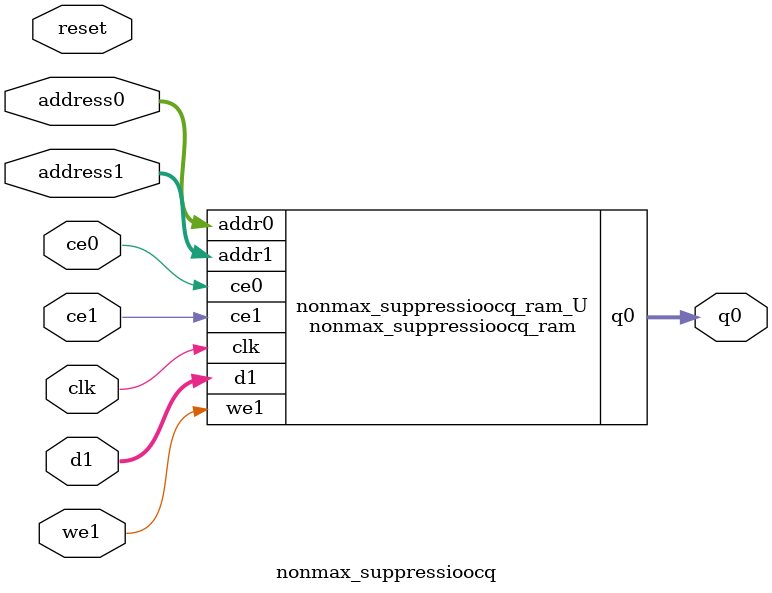
<source format=v>
`timescale 1 ns / 1 ps
module nonmax_suppressioocq_ram (addr0, ce0, q0, addr1, ce1, d1, we1,  clk);

parameter DWIDTH = 16;
parameter AWIDTH = 11;
parameter MEM_SIZE = 1920;

input[AWIDTH-1:0] addr0;
input ce0;
output reg[DWIDTH-1:0] q0;
input[AWIDTH-1:0] addr1;
input ce1;
input[DWIDTH-1:0] d1;
input we1;
input clk;

(* ram_style = "block" *)reg [DWIDTH-1:0] ram[0:MEM_SIZE-1];




always @(posedge clk)  
begin 
    if (ce0) 
    begin
        q0 <= ram[addr0];
    end
end


always @(posedge clk)  
begin 
    if (ce1) 
    begin
        if (we1) 
        begin 
            ram[addr1] <= d1; 
        end 
    end
end


endmodule

`timescale 1 ns / 1 ps
module nonmax_suppressioocq(
    reset,
    clk,
    address0,
    ce0,
    q0,
    address1,
    ce1,
    we1,
    d1);

parameter DataWidth = 32'd16;
parameter AddressRange = 32'd1920;
parameter AddressWidth = 32'd11;
input reset;
input clk;
input[AddressWidth - 1:0] address0;
input ce0;
output[DataWidth - 1:0] q0;
input[AddressWidth - 1:0] address1;
input ce1;
input we1;
input[DataWidth - 1:0] d1;



nonmax_suppressioocq_ram nonmax_suppressioocq_ram_U(
    .clk( clk ),
    .addr0( address0 ),
    .ce0( ce0 ),
    .q0( q0 ),
    .addr1( address1 ),
    .ce1( ce1 ),
    .we1( we1 ),
    .d1( d1 ));

endmodule


</source>
